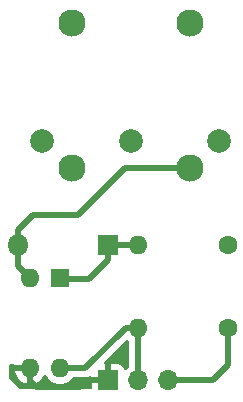
<source format=gbr>
%TF.GenerationSoftware,KiCad,Pcbnew,8.0.4*%
%TF.CreationDate,2024-08-02T21:44:17-04:00*%
%TF.ProjectId,MIDI-compatible,4d494449-2d63-46f6-9d70-617469626c65,rev?*%
%TF.SameCoordinates,Original*%
%TF.FileFunction,Copper,L1,Top*%
%TF.FilePolarity,Positive*%
%FSLAX46Y46*%
G04 Gerber Fmt 4.6, Leading zero omitted, Abs format (unit mm)*
G04 Created by KiCad (PCBNEW 8.0.4) date 2024-08-02 21:44:17*
%MOMM*%
%LPD*%
G01*
G04 APERTURE LIST*
%TA.AperFunction,ComponentPad*%
%ADD10R,1.600000X1.600000*%
%TD*%
%TA.AperFunction,ComponentPad*%
%ADD11O,1.600000X1.600000*%
%TD*%
%TA.AperFunction,ComponentPad*%
%ADD12C,1.600000*%
%TD*%
%TA.AperFunction,ComponentPad*%
%ADD13R,1.700000X1.700000*%
%TD*%
%TA.AperFunction,ComponentPad*%
%ADD14O,1.700000X1.700000*%
%TD*%
%TA.AperFunction,ComponentPad*%
%ADD15C,2.000000*%
%TD*%
%TA.AperFunction,ComponentPad*%
%ADD16C,2.300000*%
%TD*%
%TA.AperFunction,ComponentPad*%
%ADD17R,1.800000X1.800000*%
%TD*%
%TA.AperFunction,ComponentPad*%
%ADD18O,1.800000X1.800000*%
%TD*%
%TA.AperFunction,Conductor*%
%ADD19C,0.500000*%
%TD*%
G04 APERTURE END LIST*
D10*
%TO.P,U1,1*%
%TO.N,Net-(D1-K)*%
X163600000Y-103124000D03*
D11*
%TO.P,U1,2*%
%TO.N,Net-(D1-A)*%
X161060000Y-103124000D03*
%TO.P,U1,3*%
%TO.N,GND*%
X161060000Y-110744000D03*
%TO.P,U1,4*%
%TO.N,Net-(J2-Pin_2)*%
X163600000Y-110744000D03*
%TD*%
D12*
%TO.P,RD,1*%
%TO.N,Net-(J2-Pin_3)*%
X177800000Y-107315000D03*
D11*
%TO.P,RD,2*%
%TO.N,Net-(J2-Pin_2)*%
X170180000Y-107315000D03*
%TD*%
D13*
%TO.P,J2,1,Pin_1*%
%TO.N,GND*%
X167655000Y-111760000D03*
D14*
%TO.P,J2,2,Pin_2*%
%TO.N,Net-(J2-Pin_2)*%
X170195000Y-111760000D03*
%TO.P,J2,3,Pin_3*%
%TO.N,Net-(J2-Pin_3)*%
X172734999Y-111760000D03*
%TD*%
D15*
%TO.P,J1,1*%
%TO.N,unconnected-(J1-Pad1)*%
X162070000Y-91480000D03*
%TO.P,J1,2*%
%TO.N,unconnected-(J1-Pad2)*%
X169570000Y-91480000D03*
%TO.P,J1,3*%
%TO.N,unconnected-(J1-Pad3)*%
X177070000Y-91480000D03*
D16*
%TO.P,J1,4*%
%TO.N,Net-(J1-Pad4)*%
X164570000Y-93780000D03*
%TO.P,J1,5*%
%TO.N,Net-(D1-A)*%
X174570000Y-93780000D03*
%TO.P,J1,6*%
%TO.N,N/C*%
X164570000Y-81480000D03*
%TO.P,J1,7*%
X174570000Y-81480000D03*
%TD*%
D12*
%TO.P,RB,1*%
%TO.N,Net-(J1-Pad4)*%
X177800000Y-100330000D03*
D11*
%TO.P,RB,2*%
%TO.N,Net-(D1-K)*%
X170180000Y-100330000D03*
%TD*%
D17*
%TO.P,D1,1,K*%
%TO.N,Net-(D1-K)*%
X167640000Y-100330000D03*
D18*
%TO.P,D1,2,A*%
%TO.N,Net-(D1-A)*%
X160020000Y-100330000D03*
%TD*%
D19*
%TO.N,Net-(D1-A)*%
X160020000Y-99060000D02*
X161290000Y-97790000D01*
X161290000Y-97790000D02*
X165100000Y-97790000D01*
X169110000Y-93780000D02*
X174570000Y-93780000D01*
X160020000Y-102084000D02*
X161060000Y-103124000D01*
X165100000Y-97790000D02*
X169110000Y-93780000D01*
X160020000Y-100330000D02*
X160020000Y-99060000D01*
X160020000Y-100330000D02*
X160020000Y-102084000D01*
%TO.N,Net-(D1-K)*%
X163600000Y-103124000D02*
X163676000Y-103200000D01*
X167640000Y-101600000D02*
X167640000Y-100330000D01*
X166040000Y-103200000D02*
X167640000Y-101600000D01*
X167640000Y-100330000D02*
X170180000Y-100330000D01*
X163676000Y-103200000D02*
X166040000Y-103200000D01*
%TO.N,Net-(J2-Pin_3)*%
X176530000Y-111760000D02*
X172734999Y-111760000D01*
X177800000Y-110490000D02*
X176530000Y-111760000D01*
X177800000Y-107315000D02*
X177800000Y-110490000D01*
%TO.N,Net-(J2-Pin_2)*%
X170180000Y-107315000D02*
X170180000Y-111745000D01*
X163600000Y-110744000D02*
X165735000Y-110744000D01*
X165735000Y-110744000D02*
X169164000Y-107315000D01*
X170180000Y-111745000D02*
X170195000Y-111760000D01*
X169164000Y-107315000D02*
X170180000Y-107315000D01*
%TO.N,GND*%
X161060000Y-110744000D02*
X161060000Y-111784000D01*
X165320000Y-112280000D02*
X165840000Y-111760000D01*
X161556000Y-112280000D02*
X165320000Y-112280000D01*
X161060000Y-111784000D02*
X161556000Y-112280000D01*
X165840000Y-111760000D02*
X167655000Y-111760000D01*
%TD*%
%TA.AperFunction,Conductor*%
%TO.N,GND*%
G36*
X159721668Y-110382685D02*
G01*
X159767423Y-110435489D01*
X159774615Y-110485512D01*
X159781128Y-110494000D01*
X160744314Y-110494000D01*
X160739920Y-110498394D01*
X160687259Y-110589606D01*
X160660000Y-110691339D01*
X160660000Y-110796661D01*
X160687259Y-110898394D01*
X160739920Y-110989606D01*
X160744314Y-110994000D01*
X159781128Y-110994000D01*
X159833730Y-111190317D01*
X159833734Y-111190326D01*
X159929865Y-111396482D01*
X160060342Y-111582820D01*
X160221179Y-111743657D01*
X160407517Y-111874134D01*
X160613673Y-111970265D01*
X160613682Y-111970269D01*
X160809999Y-112022872D01*
X160810000Y-112022871D01*
X160810000Y-111059686D01*
X160814394Y-111064080D01*
X160905606Y-111116741D01*
X161007339Y-111144000D01*
X161112661Y-111144000D01*
X161214394Y-111116741D01*
X161305606Y-111064080D01*
X161310000Y-111059686D01*
X161310000Y-112022872D01*
X161506317Y-111970269D01*
X161506326Y-111970265D01*
X161712482Y-111874134D01*
X161898820Y-111743657D01*
X162059657Y-111582820D01*
X162190132Y-111396484D01*
X162217341Y-111338134D01*
X162263513Y-111285695D01*
X162330707Y-111266542D01*
X162397588Y-111286757D01*
X162442105Y-111338132D01*
X162458720Y-111373763D01*
X162469431Y-111396732D01*
X162469432Y-111396734D01*
X162599954Y-111583141D01*
X162760858Y-111744045D01*
X162760861Y-111744047D01*
X162947266Y-111874568D01*
X163153504Y-111970739D01*
X163373308Y-112029635D01*
X163535230Y-112043801D01*
X163599998Y-112049468D01*
X163600000Y-112049468D01*
X163600002Y-112049468D01*
X163656673Y-112044509D01*
X163826692Y-112029635D01*
X164046496Y-111970739D01*
X164252734Y-111874568D01*
X164439139Y-111744047D01*
X164600047Y-111583139D01*
X164625088Y-111547377D01*
X164679665Y-111503752D01*
X164726663Y-111494500D01*
X165808920Y-111494500D01*
X165906462Y-111475096D01*
X165953913Y-111465658D01*
X166090495Y-111409084D01*
X166112107Y-111394642D01*
X166178782Y-111373763D01*
X166246163Y-111392245D01*
X166292855Y-111444223D01*
X166305000Y-111497743D01*
X166305000Y-111510000D01*
X167221988Y-111510000D01*
X167189075Y-111567007D01*
X167155000Y-111694174D01*
X167155000Y-111825826D01*
X167189075Y-111952993D01*
X167221988Y-112010000D01*
X166305000Y-112010000D01*
X166305000Y-112405500D01*
X166285315Y-112472539D01*
X166232511Y-112518294D01*
X166181000Y-112529500D01*
X160278675Y-112529500D01*
X160211636Y-112509815D01*
X160190994Y-112493181D01*
X159286819Y-111589005D01*
X159253334Y-111527682D01*
X159250500Y-111501324D01*
X159250500Y-110487000D01*
X159270185Y-110419961D01*
X159322989Y-110374206D01*
X159374500Y-110363000D01*
X159654629Y-110363000D01*
X159721668Y-110382685D01*
G37*
%TD.AperFunction*%
%TA.AperFunction,Conductor*%
G36*
X169330344Y-108312534D02*
G01*
X169358130Y-108327139D01*
X169376623Y-108340088D01*
X169420248Y-108394663D01*
X169429500Y-108441662D01*
X169429500Y-110582801D01*
X169409815Y-110649840D01*
X169376626Y-110684374D01*
X169323600Y-110721504D01*
X169201284Y-110843819D01*
X169139960Y-110877303D01*
X169070269Y-110872318D01*
X169014335Y-110830447D01*
X168997421Y-110799470D01*
X168948354Y-110667913D01*
X168948350Y-110667906D01*
X168862190Y-110552812D01*
X168862187Y-110552809D01*
X168747093Y-110466649D01*
X168747086Y-110466645D01*
X168612379Y-110416403D01*
X168612372Y-110416401D01*
X168552844Y-110410000D01*
X167905000Y-110410000D01*
X167905000Y-111326988D01*
X167847993Y-111294075D01*
X167720826Y-111260000D01*
X167589174Y-111260000D01*
X167462007Y-111294075D01*
X167405000Y-111326988D01*
X167405000Y-110410000D01*
X167394720Y-110399720D01*
X167362690Y-110390315D01*
X167316935Y-110337511D01*
X167306991Y-110268353D01*
X167336016Y-110204797D01*
X167342048Y-110198319D01*
X167730735Y-109809632D01*
X169199332Y-108341033D01*
X169260653Y-108307550D01*
X169330344Y-108312534D01*
G37*
%TD.AperFunction*%
%TD*%
M02*

</source>
